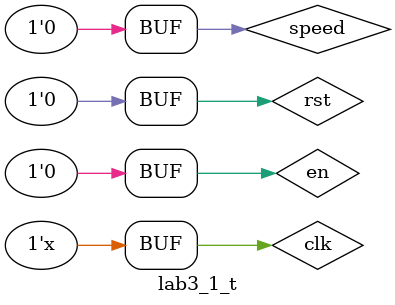
<source format=v>
module lab3_1_t;
    reg clk,rst,en,speed;
    wire [15:0] led;

    lab3_1 mylab(.clk(clk), .rst(rst), .en(en), .speed(0), .led(led));

    always #5 clk=~clk;

    initial begin
        clk=0;
        rst=0;
        en=0;
        speed=0;

        #40
        rst=1;
        #10
        rst=0;

        #50
        en=1;
        #40
        en=0;
        #40
        rst=1;
        #10
        rst=0;
        #200
        en=1;
        #40
        en=0;
    end
endmodule
</source>
